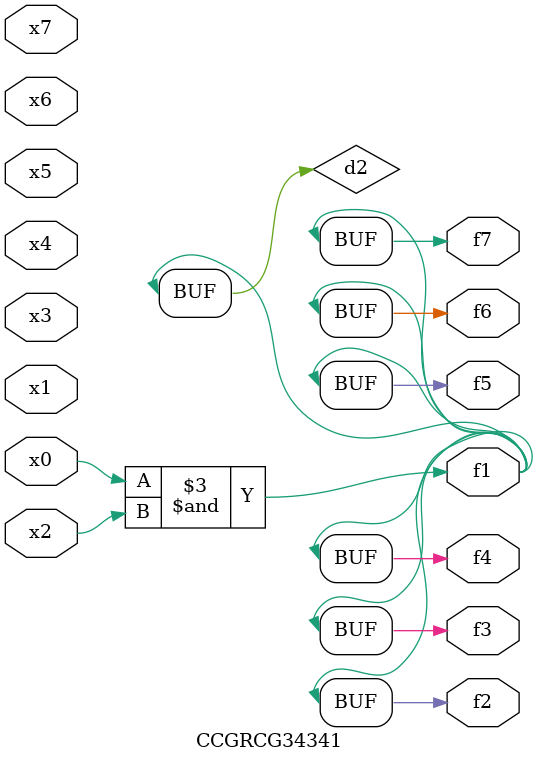
<source format=v>
module CCGRCG34341(
	input x0, x1, x2, x3, x4, x5, x6, x7,
	output f1, f2, f3, f4, f5, f6, f7
);

	wire d1, d2;

	nor (d1, x3, x6);
	and (d2, x0, x2);
	assign f1 = d2;
	assign f2 = d2;
	assign f3 = d2;
	assign f4 = d2;
	assign f5 = d2;
	assign f6 = d2;
	assign f7 = d2;
endmodule

</source>
